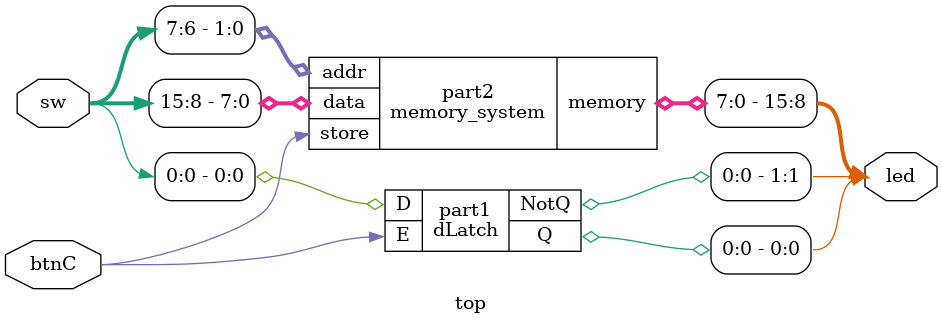
<source format=v>

module dLatch(
    input D, E,
    output reg Q, 
    output NotQ
);
   always @(E,D) begin
        if(E)
            if(D)
                Q<=1;
            else if(~D)
                Q<=0;
        end
    assign NotQ = ~Q;
endmodule


module demux(
    input [7:0] data,
    input [1:0] sel,
    output reg [7:0] A,
    output reg [7:0] B,
    output reg [7:0] C,
    output reg [7:0] D
);
    always @(*) begin 
        case(sel)
            2'b00: {D, C, B, A} <= {8'b0, 8'b0, 8'b0, data}; 
            2'b01: {D, C, B, A} <= {8'b0, 8'b0, data, 8'b0};
            2'b10: {D, C, B, A} <= {8'b0, data, 8'b0, 8'b0};
            2'b11: {D, C, B, A} <= {data, 8'b0, 8'b0, 8'b0};
        endcase
    end
endmodule


module byte_memory(
    input [7:0] data,
    input store,
    output reg [7:0] memory
);
    always @(store) begin
        if(store)
            memory <= data;
        end
endmodule


module memory_system(
    input [7:0] data,
    input store,
    input [1:0] addr,
    output [7:0] memory
);

     wire [7:0]senddata[3:0];
     wire [7:0]sendstore[3:0];
     wire [3:0]sendloc;
     
         byte_memory bmOne_inst(
        .data(sendstore[0]),
        .store(sendloc[0]),
        .memory(senddata[0])
    );
     byte_memory bm2_inst(
        .data(sendstore[1]),
        .store(sendloc[1]),
        .memory(senddata[1])
    );
     byte_memory bm3_inst(
        .data(sendstore[2]),
        .store(sendloc[2]),
        .memory(senddata[2])
    );
     byte_memory bm4_inst(
        .data(sendstore[3]),
        .store(sendloc[3]),
        .memory(senddata[3])
    );
     
     
    demux demuxData_inst(
   // Demux to send (array of vectors) data to inst[addr]
        .sel(addr),
        .data(senddata[0]),
        .A(senddata[0]),
        .B(senddata[1]),
        .C(senddata[2]),
        .D(senddata[3])
    );
    
    demux demuxStore_inst(
   // Demux to send (vector) store to inst[addr]
        .sel(addr),
        .data(store),
        .A(sendstore[0]),
        .B(sendstore[1]),
        .C(sendstore[2]),
        .D(sendstore[3])
    );
    
    mux muxDataToMemory_inst(
   // Mux to send inst[addr].data -> memory  
        .sel(addr),
        .Y(sendstore[0]),
        .A(memory[0]),
        .B(memory[1]),
        .C(memory[2]),
        .D(memory[3])
        
       //Left off: should this be memory or sendstore? First 2 switches work w/ btn, others do not. 
    );
    


endmodule


module mux(
    input [7:0] sel,
    input [3:0] A, B, C, D,
    input Enable,
    output [3:0] Y
);
    assign Y = sel == 'b00 ? A :
    sel == 'b01 ? B:
    sel == 'b10 ? C: D;
endmodule


module top(
    input [15:0] sw,
    input btnC,
    output [15:0] led
);
    dLatch part1(
        .D(sw[0]),
        .Q(led[0]),
        .NotQ(led[1]),
        .E(btnC)
    );
    memory_system part2(
        .data(sw[15:8]),
        .addr(sw[7:6]),
        .store(btnC),
        .memory(led[15:8])
        //TA fixed this last line
    );
endmodule


</source>
